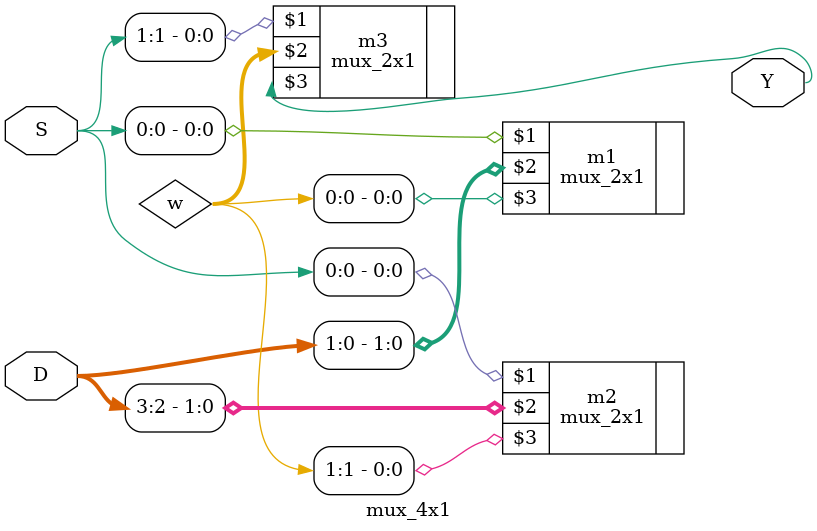
<source format=v>
module mux_4x1(input [1:0]S,input [3:0]D,output Y);

wire [1:0]w;



mux_2x1 m1(S[0],D[1:0],w[0]);

mux_2x1 m2(S[0],D[3:2],w[1]);

mux_2x1 m3(S[1],w,Y);

endmodule
</source>
